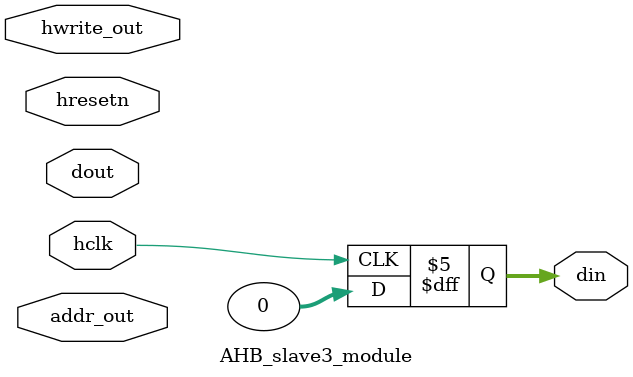
<source format=v>
`timescale 1ns / 1ps


module AHB_slave3_module(
    input hclk, //master clock
    input hresetn,  //master reset, active LOW
    //from slave interface
    input [31:0] addr_out,
    input [31:0] dout,
    input hwrite_out,
    output reg [31:0] din   //data to the slave interface from the slave
    );
    
    always@(posedge hclk) begin
        if (!hresetn)
            din <= 32'b0;
        else
            din <= 32'b0;
    end
endmodule

</source>
